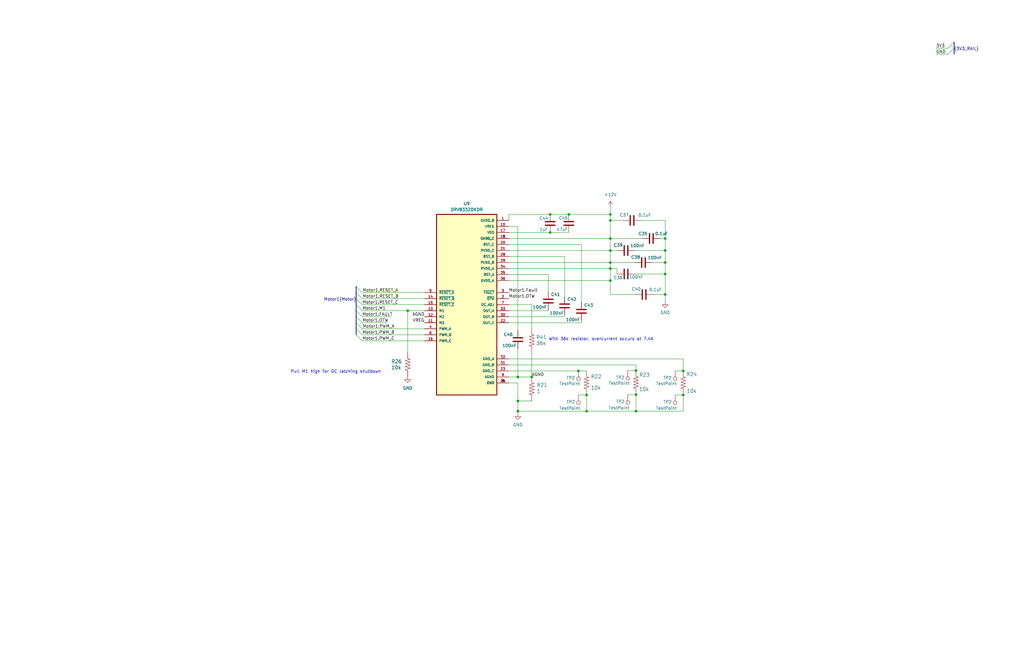
<source format=kicad_sch>
(kicad_sch (version 20230121) (generator eeschema)
  (paper "USLedger")
  (lib_symbols
    (symbol "Connector:TestPoint" (pin_numbers hide) (pin_names (offset 0.762) hide)
      (property "Reference" "TP" (at 0 6.858 0))
      (property "Value" "TestPoint" (at 0 5.08 0))
      (symbol "TestPoint_0_1"
        (circle (center 0 3.302) (radius 0.762))
      )
      (symbol "TestPoint_1_1"
        (pin passive line (at 0 0 90) (length 2.54) (name "1") (number "1"))
      )
    )
    (symbol "Device:C" (pin_numbers hide) (pin_names (offset 0.254))
      (property "Reference" "C" (at 0.635 2.54 0))
      (property "Value" "C" (at 0.635 -2.54 0))
      (symbol "C_0_1"
        (polyline (pts (xy -2.032 -0.762) (xy 2.032 -0.762)) (stroke (width 0.508)))
        (polyline (pts (xy -2.032 0.762) (xy 2.032 0.762)) (stroke (width 0.508)))
      )
      (symbol "C_1_1"
        (pin passive line (at 0 3.81 270) (length 2.794) (name "~") (number "1"))
        (pin passive line (at 0 -3.81 90) (length 2.794) (name "~") (number "2"))
      )
    )
    (symbol "adcs:DRV8332DKDR" (pin_names (offset 1.016))
      (property "Reference" "U" (at -12.7 39.1 0))
      (property "Value" "DRV8332DKDR" (at -12.7 -42.1 0))
      (symbol "DRV8332DKDR_0_0"
        (rectangle (start -12.7 -38.1) (end 12.7 38.1) (stroke (width 0.41)) (fill (type background)))
        (pin power_in line (at 17.78 35.56 180) (length 5.08) (name "GVDD_B") (number "1"))
        (pin power_in line (at 17.78 33.02 180) (length 5.08) (name "VREG") (number "10"))
        (pin input line (at -17.78 -7.62 0) (length 5.08) (name "M3") (number "11"))
        (pin input line (at -17.78 -5.08 0) (length 5.08) (name "M2") (number "12"))
        (pin input line (at -17.78 -2.54 0) (length 5.08) (name "M1") (number "13"))
        (pin input line (at -17.78 2.54 0) (length 5.08) (name "~{RESET_B}") (number "14"))
        (pin input line (at -17.78 0 0) (length 5.08) (name "~{RESET_C}") (number "15"))
        (pin input line (at -17.78 -15.24 0) (length 5.08) (name "PWM_C") (number "16"))
        (pin power_in line (at 17.78 30.48 180) (length 5.08) (name "VDD") (number "17"))
        (pin power_in line (at 17.78 27.94 180) (length 5.08) (name "GVDD_C") (number "18"))
        (pin power_in line (at 17.78 27.94 180) (length 5.08) (name "GVDD_C") (number "19"))
        (pin output line (at 17.78 2.54 180) (length 5.08) (name "~{OTW}") (number "2"))
        (pin power_in line (at 17.78 25.4 180) (length 5.08) (name "BST_C") (number "20"))
        (pin power_in line (at 17.78 22.86 180) (length 5.08) (name "PVDD_C") (number "21"))
        (pin output line (at 17.78 -7.62 180) (length 5.08) (name "OUT_C") (number "22"))
        (pin power_in line (at 17.78 -27.94 180) (length 5.08) (name "GND_C") (number "23"))
        (pin power_in line (at 17.78 -33.02 180) (length 5.08) (name "GND") (number "24"))
        (pin power_in line (at 17.78 -33.02 180) (length 5.08) (name "GND") (number "25"))
        (pin power_in line (at 17.78 20.32 180) (length 5.08) (name "BST_B") (number "28"))
        (pin power_in line (at 17.78 17.78 180) (length 5.08) (name "PVDD_B") (number "29"))
        (pin output line (at 17.78 5.08 180) (length 5.08) (name "~{FAULT}") (number "3"))
        (pin output line (at 17.78 -5.08 180) (length 5.08) (name "OUT_B") (number "30"))
        (pin power_in line (at 17.78 -25.4 180) (length 5.08) (name "GND_B") (number "31"))
        (pin power_in line (at 17.78 -22.86 180) (length 5.08) (name "GND_A") (number "32"))
        (pin output line (at 17.78 -2.54 180) (length 5.08) (name "OUT_A") (number "33"))
        (pin power_in line (at 17.78 15.24 180) (length 5.08) (name "PVDD_A") (number "34"))
        (pin power_in line (at 17.78 12.7 180) (length 5.08) (name "BST_A") (number "35"))
        (pin power_in line (at 17.78 10.16 180) (length 5.08) (name "GVDD_A") (number "36"))
        (pin input line (at -17.78 -10.16 0) (length 5.08) (name "PWM_A") (number "4"))
        (pin input line (at -17.78 5.08 0) (length 5.08) (name "~{RESET_A}") (number "5"))
        (pin input line (at -17.78 -12.7 0) (length 5.08) (name "PWM_B") (number "6"))
        (pin output line (at 17.78 0 180) (length 5.08) (name "OC_ADJ") (number "7"))
        (pin power_in line (at 17.78 -33.02 180) (length 5.08) (name "GND") (number "8"))
        (pin power_in line (at 17.78 -30.48 180) (length 5.08) (name "AGND") (number "9"))
      )
    )
    (symbol "power:+12V" (power) (pin_names (offset 0))
      (property "Value" "+12V" (at 0 3.556 0))
      (symbol "+12V_0_1"
        (polyline (pts (xy -0.762 1.27) (xy 0 2.54)))
        (polyline (pts (xy 0 0) (xy 0 2.54)))
        (polyline (pts (xy 0 2.54) (xy 0.762 1.27)))
      )
      (symbol "+12V_1_1"
        (pin power_in line (at 0 0 90) (length 0) hide (name "+12V") (number "1"))
      )
    )
    (symbol "power:GND" (power) (pin_names (offset 0))
      (property "Value" "GND" (at 0 -3.81 0))
      (symbol "GND_0_1"
        (polyline (pts (xy 0 0) (xy 0 -1.27) (xy 1.27 -1.27) (xy 0 -2.54) (xy -1.27 -1.27) (xy 0 -1.27)))
      )
      (symbol "GND_1_1"
        (pin power_in line (at 0 0 270) (length 0) hide (name "GND") (number "1"))
      )
    )
    (symbol "pycubed_mainboard:R-US_R0603" (pin_names (offset 1.016))
      (property "Reference" "R" (at -3.81 1.4986 0))
      (property "Value" "R-US_R0603" (at -3.81 -3.302 0))
      (symbol "R-US_R0603_1_0"
        (polyline (pts (xy -2.54 0) (xy -2.159 1.016)))
        (polyline (pts (xy -2.159 1.016) (xy -1.524 -1.016)))
        (polyline (pts (xy -1.524 -1.016) (xy -0.889 1.016)))
        (polyline (pts (xy -0.889 1.016) (xy -0.254 -1.016)))
        (polyline (pts (xy -0.254 -1.016) (xy 0.381 1.016)))
        (polyline (pts (xy 0.381 1.016) (xy 1.016 -1.016)))
        (polyline (pts (xy 1.016 -1.016) (xy 1.651 1.016)))
        (polyline (pts (xy 1.651 1.016) (xy 2.286 -1.016)))
        (polyline (pts (xy 2.286 -1.016) (xy 2.54 0)))
        (pin passive line (at -5.08 0 0) (length 2.54) (name "1") (number "1"))
        (pin passive line (at 5.08 0 180) (length 2.54) (name "2") (number "2"))
      )
    )
  )
  (junction (at 239.8522 90.4748))
  (junction (at 257.3782 110.7948))
  (junction (at 257.3782 93.0148))
  (junction (at 218.3892 169.2148))
  (junction (at 280.4922 124.2568))
  (junction (at 268.1732 166.5478))
  (junction (at 257.3782 118.4148))
  (junction (at 288.1122 156.5148))
  (junction (at 257.3782 100.6348))
  (junction (at 257.3782 105.7148))
  (junction (at 231.9782 98.0948))
  (junction (at 218.3892 173.5328))
  (junction (at 288.1122 166.6748))
  (junction (at 257.3782 113.3348))
  (junction (at 280.4922 115.6208))
  (junction (at 224.2312 159.0548))
  (junction (at 268.1732 156.3878))
  (junction (at 280.4922 105.7148))
  (junction (at 231.9782 90.4748))
  (junction (at 243.9162 156.5148))
  (junction (at 218.3892 159.0548))
  (junction (at 268.1732 173.5328))
  (junction (at 280.4922 110.7948))
  (junction (at 257.3782 90.4748))
  (junction (at 247.3452 166.6748))
  (junction (at 247.3452 173.5328))
  (junction (at 280.4922 100.6348))
  (junction (at 171.9072 131.1148))
  (bus_entry (at 150.1902 138.7348) (size 2.54 2.54))
  (bus_entry (at 150.1902 133.6548) (size 2.54 2.54))
  (bus_entry (at 150.1902 120.9548) (size 2.54 2.54))
  (bus_entry (at 150.1902 141.2748) (size 2.54 2.54))
  (bus_entry (at 150.1902 123.4948) (size 2.54 2.54))
  (bus_entry (at 150.1902 131.1148) (size 2.54 2.54))
  (bus_entry (at 402.336 20.32) (size -2.54 2.54))
  (bus_entry (at 150.1902 136.1948) (size 2.54 2.54))
  (bus_entry (at 150.1902 128.5748) (size 2.54 2.54))
  (bus_entry (at 402.336 17.78) (size -2.54 2.54))
  (bus_entry (at 150.1902 126.0348) (size 2.54 2.54))
  (wire (pts (xy 288.1122 151.4348) (xy 288.1122 156.5148)))
  (wire (pts (xy 284.6832 166.6748) (xy 288.1122 166.6748)))
  (wire (pts (xy 214.5792 103.1748) (xy 245.1862 103.1748)))
  (wire (pts (xy 394.716 20.32) (xy 399.796 20.32)))
  (wire (pts (xy 239.8522 90.4748) (xy 257.3782 90.4748)))
  (bus (pts (xy 150.1902 120.8278) (xy 150.1902 120.9548)))
  (wire (pts (xy 257.3782 113.3348) (xy 257.3782 118.4148)))
  (wire (pts (xy 231.9782 90.4748) (xy 239.8522 90.4748)))
  (wire (pts (xy 231.2162 131.1148) (xy 231.2162 130.8608)))
  (wire (pts (xy 257.5052 90.4748) (xy 257.3782 90.4748)))
  (bus (pts (xy 150.1902 123.4948) (xy 150.1902 126.0348)))
  (wire (pts (xy 218.3892 173.5328) (xy 218.3892 174.5488)))
  (wire (pts (xy 270.3322 93.0148) (xy 280.4922 93.0148)))
  (wire (pts (xy 280.4922 115.6208) (xy 280.4922 124.2568)))
  (wire (pts (xy 152.7302 123.4948) (xy 179.0192 123.4948)))
  (wire (pts (xy 280.4922 124.2568) (xy 280.4922 127.3048)))
  (wire (pts (xy 264.7442 166.5478) (xy 268.1732 166.5478)))
  (wire (pts (xy 257.3782 87.4268) (xy 257.3782 90.4748)))
  (wire (pts (xy 214.5792 128.5748) (xy 224.2312 128.5748)))
  (wire (pts (xy 278.4602 100.6348) (xy 280.4922 100.6348)))
  (wire (pts (xy 214.5792 115.8748) (xy 231.2162 115.8748)))
  (wire (pts (xy 280.4922 110.7948) (xy 280.4922 115.6208)))
  (wire (pts (xy 238.0742 108.2548) (xy 238.0742 125.2728)))
  (wire (pts (xy 214.5792 136.1948) (xy 245.1862 136.1948)))
  (wire (pts (xy 280.4922 105.7148) (xy 280.4922 110.7948)))
  (bus (pts (xy 150.1902 133.6548) (xy 150.1902 131.1148)))
  (wire (pts (xy 257.3782 105.7148) (xy 257.3782 110.7948)))
  (wire (pts (xy 275.1582 110.7948) (xy 280.4922 110.7948)))
  (wire (pts (xy 257.3782 100.6348) (xy 270.8402 100.6348)))
  (wire (pts (xy 275.4122 124.2568) (xy 280.4922 124.2568)))
  (wire (pts (xy 267.5382 110.7948) (xy 257.3782 110.7948)))
  (wire (pts (xy 257.3782 100.6348) (xy 257.3782 105.7148)))
  (wire (pts (xy 214.5792 100.6348) (xy 257.3782 100.6348)))
  (wire (pts (xy 214.5792 118.4148) (xy 257.3782 118.4148)))
  (wire (pts (xy 268.1732 156.3878) (xy 264.7442 156.3878)))
  (wire (pts (xy 214.5792 159.0548) (xy 218.3892 159.0548)))
  (wire (pts (xy 257.3782 110.7948) (xy 257.3782 113.3348)))
  (wire (pts (xy 280.4922 100.6348) (xy 280.4922 105.7148)))
  (wire (pts (xy 280.4922 93.0148) (xy 280.4922 100.6348)))
  (wire (pts (xy 171.9072 131.1148) (xy 171.9072 148.7678)))
  (wire (pts (xy 214.5792 108.2548) (xy 238.0742 108.2548)))
  (wire (pts (xy 214.5792 98.0948) (xy 231.9782 98.0948)))
  (wire (pts (xy 214.5792 151.4348) (xy 288.1122 151.4348)))
  (bus (pts (xy 150.1902 120.9548) (xy 150.1902 123.4948)))
  (wire (pts (xy 257.3782 124.2568) (xy 267.7922 124.2568)))
  (wire (pts (xy 247.3452 173.5328) (xy 218.3892 173.5328)))
  (wire (pts (xy 268.1732 153.9748) (xy 268.1732 156.3878)))
  (wire (pts (xy 218.3892 161.5948) (xy 218.3892 169.2148)))
  (bus (pts (xy 150.1902 126.0348) (xy 150.1902 128.5748)))
  (wire (pts (xy 218.3892 159.0548) (xy 224.2312 159.0548)))
  (wire (pts (xy 224.2312 128.5748) (xy 224.2312 138.6078)))
  (wire (pts (xy 214.5792 156.5148) (xy 243.9162 156.5148)))
  (wire (pts (xy 214.5792 133.6548) (xy 238.0742 133.6548)))
  (wire (pts (xy 268.1732 166.5478) (xy 268.1732 173.5328)))
  (wire (pts (xy 245.1862 103.1748) (xy 245.1862 127.5588)))
  (wire (pts (xy 152.7302 128.5748) (xy 179.0192 128.5748)))
  (wire (pts (xy 218.3892 147.1168) (xy 218.3892 159.0548)))
  (wire (pts (xy 214.5792 110.7948) (xy 257.3782 110.7948)))
  (wire (pts (xy 218.3892 169.2148) (xy 218.3892 173.5328)))
  (wire (pts (xy 257.3782 93.0148) (xy 257.3782 100.6348)))
  (wire (pts (xy 257.3782 90.4748) (xy 257.3782 93.0148)))
  (wire (pts (xy 152.7302 141.2748) (xy 179.0192 141.2748)))
  (bus (pts (xy 402.336 20.32) (xy 402.336 22.86)))
  (wire (pts (xy 171.9072 131.1148) (xy 179.0192 131.1148)))
  (wire (pts (xy 214.5792 90.4748) (xy 231.9782 90.4748)))
  (wire (pts (xy 224.2312 159.0548) (xy 224.2312 159.3088)))
  (wire (pts (xy 267.7922 115.6208) (xy 280.4922 115.6208)))
  (wire (pts (xy 268.1732 173.5328) (xy 247.3452 173.5328)))
  (wire (pts (xy 152.7302 131.1148) (xy 171.9072 131.1148)))
  (wire (pts (xy 218.3892 169.2148) (xy 224.2312 169.2148)))
  (wire (pts (xy 260.1722 115.6208) (xy 260.1722 113.3348)))
  (bus (pts (xy 150.1902 131.1148) (xy 150.1902 128.5748)))
  (wire (pts (xy 218.3892 161.5948) (xy 214.5792 161.5948)))
  (wire (pts (xy 152.7302 136.1948) (xy 163.2712 136.1948)))
  (wire (pts (xy 152.7302 143.8148) (xy 179.0192 143.8148)))
  (wire (pts (xy 288.1122 156.5148) (xy 284.6832 156.5148)))
  (wire (pts (xy 231.2162 115.8748) (xy 231.2162 123.2408)))
  (wire (pts (xy 152.7302 138.7348) (xy 179.0192 138.7348)))
  (wire (pts (xy 152.7302 133.6548) (xy 165.0492 133.6548)))
  (wire (pts (xy 267.7922 105.7148) (xy 280.4922 105.7148)))
  (wire (pts (xy 257.3782 113.3348) (xy 260.1722 113.3348)))
  (wire (pts (xy 243.9162 166.6748) (xy 247.3452 166.6748)))
  (bus (pts (xy 402.336 17.78) (xy 402.336 20.32)))
  (wire (pts (xy 218.3892 95.5548) (xy 214.5792 95.5548)))
  (wire (pts (xy 238.0742 133.6548) (xy 238.0742 132.8928)))
  (bus (pts (xy 150.1902 138.7348) (xy 150.1902 141.2748)))
  (wire (pts (xy 152.7302 126.0348) (xy 179.0192 126.0348)))
  (wire (pts (xy 257.3782 93.0148) (xy 262.7122 93.0148)))
  (wire (pts (xy 214.5792 113.3348) (xy 257.3782 113.3348)))
  (wire (pts (xy 224.2312 148.7678) (xy 224.2312 159.0548)))
  (wire (pts (xy 288.1122 173.5328) (xy 268.1732 173.5328)))
  (wire (pts (xy 247.3452 156.5148) (xy 243.9162 156.5148)))
  (bus (pts (xy 150.1902 136.1948) (xy 150.1902 138.7348)))
  (wire (pts (xy 394.716 22.86) (xy 399.796 22.86)))
  (wire (pts (xy 214.5792 153.9748) (xy 268.1732 153.9748)))
  (wire (pts (xy 257.3782 118.4148) (xy 257.3782 124.2568)))
  (wire (pts (xy 214.5792 131.1148) (xy 231.2162 131.1148)))
  (wire (pts (xy 218.3892 95.5548) (xy 218.3892 139.4968)))
  (wire (pts (xy 260.1722 105.7148) (xy 257.3782 105.7148)))
  (wire (pts (xy 288.1122 166.6748) (xy 288.1122 173.5328)))
  (bus (pts (xy 150.1902 136.1948) (xy 150.1902 133.6548)))
  (wire (pts (xy 247.3452 166.6748) (xy 247.3452 173.5328)))
  (wire (pts (xy 214.5792 105.7148) (xy 257.3782 105.7148)))
  (wire (pts (xy 231.9782 98.0948) (xy 239.8522 98.0948)))
  (wire (pts (xy 214.5792 90.4748) (xy 214.5792 93.0148)))
  (wire (pts (xy 245.1862 135.1788) (xy 245.1862 136.1948)))
  (text "With 36k resistor, overcurrent occurs at 7.4A" (at 231.3432 143.9418 0) (effects (font (size 1.27 1.27)) (justify left bottom)))
  (text "Pull M1 high for OC latching shutdown" (at 160.7312 157.6578 0) (effects (font (size 1.27 1.27)) (justify right bottom)))
  (label "Motor1.RESET_C" (at 152.7302 128.5748 0))
  (label "AGND" (at 179.0192 133.6548 180))
  (label "VREG" (at 179.0192 136.1948 180))
  (label "Motor1.RESET_B" (at 152.8572 126.0348 0))
  (label "Motor1{Motor}" (at 150.1902 127.3048 180))
  (label "Motor1.PWM_C" (at 152.7302 143.8148 0))
  (label "GND" (at 394.716 22.86 0))
  (label "3V3" (at 394.716 20.32 0))
  (label "Motor1.PWM_B" (at 152.7302 141.2748 0))
  (label "Motor1.OTW" (at 214.5792 126.0348 0))
  (label "AGND" (at 224.2312 159.0548 0))
  (label "Motor1.PWM_A" (at 152.8572 138.7348 0))
  (label "{3V3_RAIL}" (at 402.336 21.59 0))
  (label "Motor1.OTW" (at 152.7302 136.1948 0))
  (label "Motor1.Fault" (at 214.5792 123.4948 0))
  (label "Motor1.M1" (at 152.7302 131.1148 0))
  (label "Motor1.FAULT" (at 152.7302 133.6548 0))
  (label "Motor1.RESET_A" (at 152.8572 123.4948 0))
  (symbol (lib_id "pycubed_mainboard:R-US_R0603") (at 247.3452 161.5948 90) (unit 1)
    (property "Reference" "R22" (at 249.1232 158.9278 90) (effects (font (size 1.4986 1.4986)) (justify right)))
    (property "Value" "10k" (at 249.1232 163.6268 90) (effects (font (size 1.4986 1.4986)) (justify right)))
  )
  (symbol (lib_id "Device:C") (at 238.0742 129.0828 180) (unit 1)
    (property "Reference" "C42" (at 241.1222 126.2888 0))
    (property "Value" "100nF" (at 234.7722 132.1308 0))
  )
  (symbol (lib_id "power:GND") (at 218.3892 174.5488 0) (unit 1)
    (property "Reference" "#PWR027" (effects hide))
    (property "Value" "GND" (at 218.3892 179.2478 0))
  )
  (symbol (lib_id "Connector:TestPoint") (at 264.7442 166.5478 180) (unit 1)
    (property "Reference" "TP2" (at 263.3472 169.4883 0) (effects (justify left)))
    (property "Value" "TestPoint" (at 265.5062 172.1358 0) (effects (justify left)))
    (property "Footprint" "TestPoint:TestPoint_Pad_D1.0mm" (effects hide))
    (instances (project "adcs-hardware" (path "" (reference "TP2") (unit 1)) (path "" (reference "TP6") (unit 1))) (project "Teensy4.1-example" (path "" (reference "TP5") (unit 1))))
  )
  (symbol (lib_id "pycubed_mainboard:R-US_R0603") (at 268.1732 161.4678 90) (unit 1)
    (property "Reference" "R23" (at 269.4432 158.1658 90) (effects (font (size 1.4986 1.4986)) (justify right)))
    (property "Value" "10k" (at 269.4432 164.2618 90) (effects (font (size 1.4986 1.4986)) (justify right)))
  )
  (symbol (lib_id "power:GND") (at 280.4922 127.3048 0) (unit 1)
    (property "Reference" "#PWR024" (effects hide))
    (property "Value" "GND" (at 280.4922 131.8768 0))
  )
  (symbol (lib_id "pycubed_mainboard:R-US_R0603") (at 224.2312 143.6878 90) (unit 1)
    (property "Reference" "R41" (at 226.0092 142.2908 90) (effects (font (size 1.4986 1.4986)) (justify right)))
    (property "Value" "36k" (at 226.0092 144.8308 90) (effects (font (size 1.4986 1.4986)) (justify right)))
  )
  (symbol (lib_id "Connector:TestPoint") (at 284.6832 156.5148 180) (unit 1)
    (property "Reference" "TP2" (at 283.2862 159.4553 0) (effects (justify left)))
    (property "Value" "TestPoint" (at 285.4452 161.8488 0) (effects (justify left)))
    (property "Footprint" "TestPoint:TestPoint_Pad_D1.0mm" (effects hide))
    (instances (project "adcs-hardware" (path "" (reference "TP2") (unit 1)) (path "" (reference "TP7") (unit 1))) (project "Teensy4.1-example" (path "" (reference "TP5") (unit 1))))
  )
  (symbol (lib_id "Connector:TestPoint") (at 284.6832 166.6748 180) (unit 1)
    (property "Reference" "TP2" (at 283.2862 169.6153 0) (effects (justify left)))
    (property "Value" "TestPoint" (at 285.4452 172.2628 0) (effects (justify left)))
    (property "Footprint" "TestPoint:TestPoint_Pad_D1.0mm" (effects hide))
    (instances (project "adcs-hardware" (path "" (reference "TP2") (unit 1)) (path "" (reference "TP8") (unit 1))) (project "Teensy4.1-example" (path "" (reference "TP5") (unit 1))))
  )
  (symbol (lib_id "Device:C") (at 266.5222 93.0148 90) (unit 1)
    (property "Reference" "C37" (at 263.2202 90.7288 90))
    (property "Value" "0.1uF" (at 271.8562 90.7288 90))
  )
  (symbol (lib_id "adcs:DRV8332DKDR") (at 196.7992 128.5748 0) (unit 1)
    (property "Reference" "U9" (at 196.7992 85.9028 0))
    (property "Value" "DRV8332DKDR" (at 196.7992 88.4428 0))
    (property "Footprint" "DRV8332DKDR:SOP65P1420X360-36N" (effects hide))
    (property "MF" "Texas Instruments" (effects hide))
    (property "Description" "\n70-V max, 9.7A peak 3-phase motor driver with heatsink connection\n" (effects hide))
    (property "Package" "HSSOP-36 Texas Instruments" (effects hide))
    (property "Price" "None" (effects hide))
    (property "SnapEDA_Link" "https://www.snapeda.com/parts/DRV8332DKDR/Texas+Instruments/view-part/?ref=snap" (effects hide))
    (property "MP" "DRV8332DKDR" (effects hide))
    (property "Purchase-URL" "https://www.snapeda.com/api/url_track_click_mouser/?unipart_id=44976&manufacturer=Texas Instruments&part_name=DRV8332DKDR&search_term=None" (effects hide))
    (property "Availability" "In Stock" (effects hide))
    (property "Check_prices" "https://www.snapeda.com/parts/DRV8332DKDR/Texas+Instruments/view-part/?ref=eda" (effects hide))
  )
  (symbol (lib_id "Device:C") (at 239.8522 94.2848 180) (unit 1)
    (property "Reference" "C45" (at 237.5662 91.9988 0))
    (property "Value" "47uF" (at 237.0582 96.8248 0))
  )
  (symbol (lib_id "Device:C") (at 218.3892 143.3068 180) (unit 1)
    (property "Reference" "C46" (at 214.3252 141.1478 0))
    (property "Value" "100nF" (at 214.8332 145.8468 0))
  )
  (symbol (lib_id "Connector:TestPoint") (at 243.9162 166.6748 180) (unit 1)
    (property "Reference" "TP2" (at 242.5192 169.6153 0) (effects (justify left)))
    (property "Value" "TestPoint" (at 244.6782 172.2628 0) (effects (justify left)))
    (property "Footprint" "TestPoint:TestPoint_Pad_D1.0mm" (effects hide))
    (instances (project "adcs-hardware" (path "" (reference "TP2") (unit 1)) (path "" (reference "TP4") (unit 1))) (project "Teensy4.1-example" (path "" (reference "TP5") (unit 1))))
  )
  (symbol (lib_id "pycubed_mainboard:R-US_R0603") (at 288.1122 161.5948 90) (unit 1)
    (property "Reference" "R24" (at 289.3822 157.9118 90) (effects (font (size 1.4986 1.4986)) (justify right)))
    (property "Value" "10k" (at 289.5092 165.0238 90) (effects (font (size 1.4986 1.4986)) (justify right)))
  )
  (symbol (lib_id "Device:C") (at 271.3482 110.7948 90) (unit 1)
    (property "Reference" "C38" (at 268.0462 108.5088 90))
    (property "Value" "100nF" (at 276.1742 108.7628 90))
  )
  (symbol (lib_id "pycubed_mainboard:R-US_R0603") (at 171.9072 153.8478 90) (unit 1)
    (property "Reference" "R26" (at 164.9222 152.5778 90) (effects (font (size 1.4986 1.4986)) (justify right)))
    (property "Value" "10k" (at 164.9222 155.1178 90) (effects (font (size 1.4986 1.4986)) (justify right)))
  )
  (symbol (lib_id "Connector:TestPoint") (at 243.9162 156.5148 180) (unit 1)
    (property "Reference" "TP2" (at 242.5192 159.4553 0) (effects (justify left)))
    (property "Value" "TestPoint" (at 244.6782 161.8488 0) (effects (justify left)))
    (property "Footprint" "TestPoint:TestPoint_Pad_D1.0mm" (effects hide))
    (instances (project "adcs-hardware" (path "" (reference "TP2") (unit 1)) (path "" (reference "TP3") (unit 1))) (project "Teensy4.1-example" (path "" (reference "TP5") (unit 1))))
  )
  (symbol (lib_id "pycubed_mainboard:R-US_R0603") (at 224.2312 164.1348 90) (unit 1)
    (property "Reference" "R21" (at 226.2632 162.4838 90) (effects (font (size 1.4986 1.4986)) (justify right)))
    (property "Value" "1" (at 226.2632 165.1508 90) (effects (font (size 1.4986 1.4986)) (justify right)))
  )
  (symbol (lib_id "Device:C") (at 231.2162 127.0508 180) (unit 1)
    (property "Reference" "C41" (at 234.2642 124.2568 0))
    (property "Value" "100nF" (at 227.6602 129.5908 0))
  )
  (symbol (lib_id "Device:C") (at 263.9822 115.6208 90) (unit 1)
    (property "Reference" "C36" (at 260.6802 117.1448 90))
    (property "Value" "100nF" (at 268.3002 116.8908 90))
  )
  (symbol (lib_id "Device:C") (at 245.1862 131.3688 180) (unit 1)
    (property "Reference" "C43" (at 248.2342 128.8288 0))
    (property "Value" "100nF" (at 241.6302 134.9248 0))
  )
  (symbol (lib_id "power:+12V") (at 257.3782 87.4268 0) (unit 1)
    (property "Reference" "#PWR026" (effects hide))
    (property "Value" "+12V" (at 257.3782 82.0928 0))
  )
  (symbol (lib_id "Connector:TestPoint") (at 264.7442 156.3878 180) (unit 1)
    (property "Reference" "TP2" (at 263.3472 159.3283 0) (effects (justify left)))
    (property "Value" "TestPoint" (at 265.5062 161.7218 0) (effects (justify left)))
    (property "Footprint" "TestPoint:TestPoint_Pad_D1.0mm" (effects hide))
    (instances (project "adcs-hardware" (path "" (reference "TP2") (unit 1)) (path "" (reference "TP5") (unit 1))) (project "Teensy4.1-example" (path "" (reference "TP5") (unit 1))))
  )
  (symbol (lib_id "Device:C") (at 271.6022 124.2568 90) (unit 1)
    (property "Reference" "C40" (at 268.3002 121.9708 90))
    (property "Value" "0.1uF" (at 276.4282 122.2248 90))
  )
  (symbol (lib_id "Device:C") (at 263.9822 105.7148 90) (unit 1)
    (property "Reference" "C39" (at 260.6802 103.4288 90))
    (property "Value" "100nF" (at 268.8082 103.6828 90))
  )
  (symbol (lib_id "power:GND") (at 171.9072 158.9278 0) (unit 1)
    (property "Reference" "#PWR032" (effects hide))
    (property "Value" "GND" (at 171.9072 163.7538 0))
  )
  (symbol (lib_id "Device:C") (at 231.9782 94.2848 180) (unit 1)
    (property "Reference" "C44" (at 229.3112 92.1258 0))
    (property "Value" "1uF" (at 229.3112 96.8248 0))
  )
  (symbol (lib_id "Device:C") (at 274.6502 100.6348 90) (unit 1)
    (property "Reference" "C35" (at 271.0942 98.6028 90))
    (property "Value" "0.1uF" (at 278.9682 98.6028 90))
  )
)
</source>
